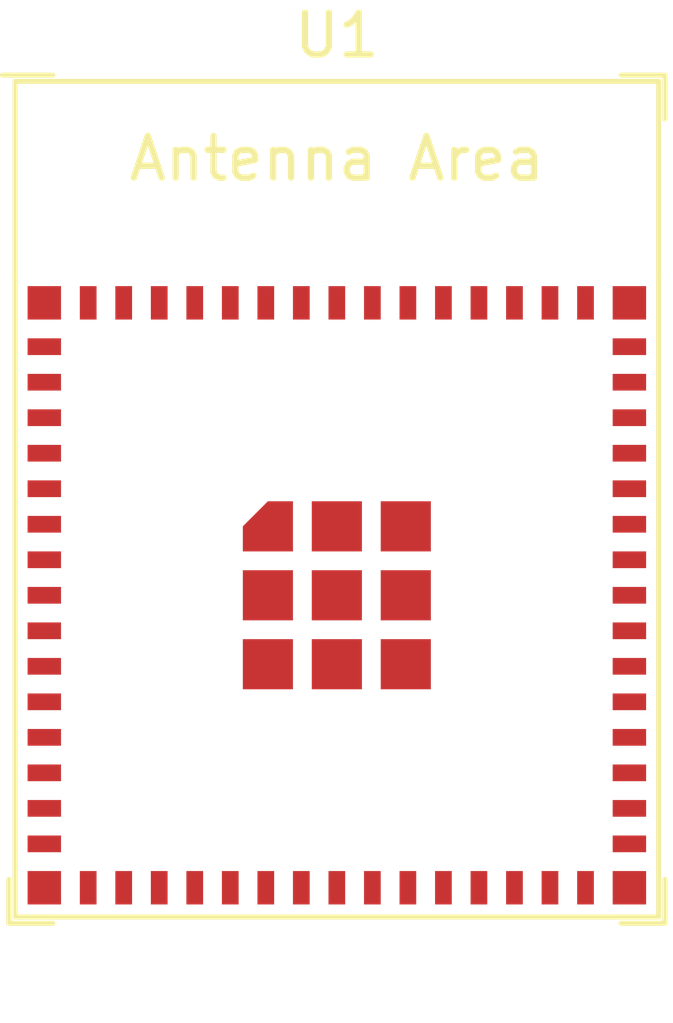
<source format=kicad_pcb>
(kicad_pcb (version 20211014) (generator pcbnew)
  (layers (0 "F.Cu" signal) (31 "B.Cu" signal) (34 "B.Paste" user) (35 "F.Paste" user) (36 "B.SilkS" user "B.Silkscreen") (37 "F.SilkS" user "F.Silkscreen") (38 "B.Mask" user) (39 "F.Mask" user) (44 "Edge.Cuts" user))
  (net 0 "")
  (net 1 "Net-(U1-Pad1)")
  (footprint "Espressif:ESP32-S2-MINI-1" (layer "F.Cu") (at 150.5 102)
    (fp_text reference "U1" (at 0 -13.4) (layer "F.SilkS"))
    (fp_text value "ESP32-S2-MINI-1")
    (fp_text user "Antenna Area" (at 0 -10.45) (layer "F.SilkS"))
    (fp_line (start 7.85 7.85) (end 7.85 6.8) (layer "F.SilkS") (width 0.12))
    (fp_line (start 6.8 -12.45) (end 7.85 -12.45) (layer "F.SilkS") (width 0.12))
    (fp_line (start -6.8 -12.45) (end -8 -12.45) (layer "F.SilkS") (width 0.12))
    (fp_line (start 7.7 7.7) (end -7.7 7.7) (layer "F.SilkS") (width 0.12))
    (fp_line (start -7.85 7.85) (end -7.85 6.8) (layer "F.SilkS") (width 0.12))
    (fp_line (start 7.7 -12.3) (end 7.7 -7.7) (layer "F.SilkS") (width 0.12))
    (fp_line (start -7.7 -12.3) (end 7.7 -12.3) (layer "F.SilkS") (width 0.12))
    (fp_line (start 7.85 -12.45) (end 7.85 -11.4) (layer "F.SilkS") (width 0.12))
    (fp_line (start 6.8 7.85) (end 7.85 7.85) (layer "F.SilkS") (width 0.12))
    (fp_line (start -6.8 7.85) (end -7.85 7.85) (layer "F.SilkS") (width 0.12))
    (fp_line (start 7.7 -7.7) (end 7.7 7.7) (layer "F.SilkS") (width 0.12))
    (fp_line (start -7.7 7.7) (end -7.7 -7.7) (layer "F.SilkS") (width 0.12))
    (fp_line (start -7.7 -12.3) (end -7.7 -7.7) (layer "F.SilkS") (width 0.12))
    (pad "1" smd rect (at -7 -5.95 90) (size 0.4 0.8) (layers "F.Cu" "F.Paste" "F.Mask") (net 1 "Net-(U1-Pad1)"))
    (pad "2" smd rect (at -7 -5.1 90) (size 0.4 0.8) (layers "F.Cu" "F.Paste" "F.Mask") (net 1 "Net-(U1-Pad1)"))
    (pad "3" smd rect (at -7 -4.25 90) (size 0.4 0.8) (layers "F.Cu" "F.Paste" "F.Mask"))
    (pad "4" smd rect (at -7 -3.4 90) (size 0.4 0.8) (layers "F.Cu" "F.Paste" "F.Mask"))
    (pad "5" smd rect (at -7 -2.55 90) (size 0.4 0.8) (layers "F.Cu" "F.Paste" "F.Mask"))
    (pad "6" smd rect (at -7 -1.7 90) (size 0.4 0.8) (layers "F.Cu" "F.Paste" "F.Mask"))
    (pad "7" smd rect (at -7 -0.85 90) (size 0.4 0.8) (layers "F.Cu" "F.Paste" "F.Mask"))
    (pad "8" smd rect (at -7 0 90) (size 0.4 0.8) (layers "F.Cu" "F.Paste" "F.Mask"))
    (pad "9" smd rect (at -7 0.85 90) (size 0.4 0.8) (layers "F.Cu" "F.Paste" "F.Mask"))
    (pad "10" smd rect (at -7 1.7 90) (size 0.4 0.8) (layers "F.Cu" "F.Paste" "F.Mask"))
    (pad "11" smd rect (at -7 2.55 90) (size 0.4 0.8) (layers "F.Cu" "F.Paste" "F.Mask"))
    (pad "12" smd rect (at -7 3.4 90) (size 0.4 0.8) (layers "F.Cu" "F.Paste" "F.Mask"))
    (pad "13" smd rect (at -7 4.25 90) (size 0.4 0.8) (layers "F.Cu" "F.Paste" "F.Mask"))
    (pad "14" smd rect (at -7 5.1 90) (size 0.4 0.8) (layers "F.Cu" "F.Paste" "F.Mask"))
    (pad "15" smd rect (at -7 5.95 90) (size 0.4 0.8) (layers "F.Cu" "F.Paste" "F.Mask"))
    (pad "16" smd rect (at -5.95 7) (size 0.4 0.8) (layers "F.Cu" "F.Paste" "F.Mask"))
    (pad "17" smd rect (at -5.1 7) (size 0.4 0.8) (layers "F.Cu" "F.Paste" "F.Mask"))
    (pad "18" smd rect (at -4.25 7) (size 0.4 0.8) (layers "F.Cu" "F.Paste" "F.Mask"))
    (pad "19" smd rect (at -3.4 7) (size 0.4 0.8) (layers "F.Cu" "F.Paste" "F.Mask"))
    (pad "20" smd rect (at -2.55 7) (size 0.4 0.8) (layers "F.Cu" "F.Paste" "F.Mask"))
    (pad "21" smd rect (at -1.7 7) (size 0.4 0.8) (layers "F.Cu" "F.Paste" "F.Mask"))
    (pad "22" smd rect (at -0.85 7) (size 0.4 0.8) (layers "F.Cu" "F.Paste" "F.Mask"))
    (pad "23" smd rect (at 0 7) (size 0.4 0.8) (layers "F.Cu" "F.Paste" "F.Mask"))
    (pad "24" smd rect (at 0.85 7) (size 0.4 0.8) (layers "F.Cu" "F.Paste" "F.Mask"))
    (pad "25" smd rect (at 1.7 7) (size 0.4 0.8) (layers "F.Cu" "F.Paste" "F.Mask"))
    (pad "26" smd rect (at 2.55 7) (size 0.4 0.8) (layers "F.Cu" "F.Paste" "F.Mask"))
    (pad "27" smd rect (at 3.4 7) (size 0.4 0.8) (layers "F.Cu" "F.Paste" "F.Mask"))
    (pad "28" smd rect (at 4.25 7) (size 0.4 0.8) (layers "F.Cu" "F.Paste" "F.Mask"))
    (pad "29" smd rect (at 5.1 7) (size 0.4 0.8) (layers "F.Cu" "F.Paste" "F.Mask"))
    (pad "30" smd rect (at 5.95 7) (size 0.4 0.8) (layers "F.Cu" "F.Paste" "F.Mask") (net 1 "Net-(U1-Pad1)"))
    (pad "31" smd rect (at 7 5.95 90) (size 0.4 0.8) (layers "F.Cu" "F.Paste" "F.Mask"))
    (pad "32" smd rect (at 7 5.1 90) (size 0.4 0.8) (layers "F.Cu" "F.Paste" "F.Mask"))
    (pad "33" smd rect (at 7 4.25 90) (size 0.4 0.8) (layers "F.Cu" "F.Paste" "F.Mask"))
    (pad "34" smd rect (at 7 3.4 90) (size 0.4 0.8) (layers "F.Cu" "F.Paste" "F.Mask"))
    (pad "35" smd rect (at 7 2.55 90) (size 0.4 0.8) (layers "F.Cu" "F.Paste" "F.Mask"))
    (pad "36" smd rect (at 7 1.7 90) (size 0.4 0.8) (layers "F.Cu" "F.Paste" "F.Mask"))
    (pad "37" smd rect (at 7 0.85 90) (size 0.4 0.8) (layers "F.Cu" "F.Paste" "F.Mask"))
    (pad "38" smd rect (at 7 0 90) (size 0.4 0.8) (layers "F.Cu" "F.Paste" "F.Mask"))
    (pad "39" smd rect (at 7 -0.85 90) (size 0.4 0.8) (layers "F.Cu" "F.Paste" "F.Mask"))
    (pad "40" smd rect (at 7 -1.7 90) (size 0.4 0.8) (layers "F.Cu" "F.Paste" "F.Mask"))
    (pad "41" smd rect (at 7 -2.55 90) (size 0.4 0.8) (layers "F.Cu" "F.Paste" "F.Mask"))
    (pad "42" smd rect (at 7 -3.4 90) (size 0.4 0.8) (layers "F.Cu" "F.Paste" "F.Mask") (net 1 "Net-(U1-Pad1)"))
    (pad "43" smd rect (at 7 -4.25 90) (size 0.4 0.8) (layers "F.Cu" "F.Paste" "F.Mask") (net 1 "Net-(U1-Pad1)"))
    (pad "44" smd rect (at 7 -5.1 90) (size 0.4 0.8) (layers "F.Cu" "F.Paste" "F.Mask"))
    (pad "45" smd rect (at 7 -5.95 90) (size 0.4 0.8) (layers "F.Cu" "F.Paste" "F.Mask"))
    (pad "46" smd rect (at 5.95 -7) (size 0.4 0.8) (layers "F.Cu" "F.Paste" "F.Mask") (net 1 "Net-(U1-Pad1)"))
    (pad "47" smd rect (at 5.1 -7) (size 0.4 0.8) (layers "F.Cu" "F.Paste" "F.Mask") (net 1 "Net-(U1-Pad1)"))
    (pad "48" smd rect (at 4.25 -7) (size 0.4 0.8) (layers "F.Cu" "F.Paste" "F.Mask") (net 1 "Net-(U1-Pad1)"))
    (pad "49" smd rect (at 3.4 -7) (size 0.4 0.8) (layers "F.Cu" "F.Paste" "F.Mask") (net 1 "Net-(U1-Pad1)"))
    (pad "50" smd rect (at 2.55 -7) (size 0.4 0.8) (layers "F.Cu" "F.Paste" "F.Mask") (net 1 "Net-(U1-Pad1)"))
    (pad "51" smd rect (at 1.7 -7) (size 0.4 0.8) (layers "F.Cu" "F.Paste" "F.Mask") (net 1 "Net-(U1-Pad1)"))
    (pad "52" smd rect (at 0.85 -7) (size 0.4 0.8) (layers "F.Cu" "F.Paste" "F.Mask") (net 1 "Net-(U1-Pad1)"))
    (pad "53" smd rect (at 0 -7) (size 0.4 0.8) (layers "F.Cu" "F.Paste" "F.Mask") (net 1 "Net-(U1-Pad1)"))
    (pad "54" smd rect (at -0.85 -7) (size 0.4 0.8) (layers "F.Cu" "F.Paste" "F.Mask") (net 1 "Net-(U1-Pad1)"))
    (pad "55" smd rect (at -1.7 -7) (size 0.4 0.8) (layers "F.Cu" "F.Paste" "F.Mask") (net 1 "Net-(U1-Pad1)"))
    (pad "56" smd rect (at -2.55 -7) (size 0.4 0.8) (layers "F.Cu" "F.Paste" "F.Mask") (net 1 "Net-(U1-Pad1)"))
    (pad "57" smd rect (at -3.4 -7) (size 0.4 0.8) (layers "F.Cu" "F.Paste" "F.Mask") (net 1 "Net-(U1-Pad1)"))
    (pad "58" smd rect (at -4.25 -7) (size 0.4 0.8) (layers "F.Cu" "F.Paste" "F.Mask") (net 1 "Net-(U1-Pad1)"))
    (pad "59" smd rect (at -5.1 -7) (size 0.4 0.8) (layers "F.Cu" "F.Paste" "F.Mask") (net 1 "Net-(U1-Pad1)"))
    (pad "60" smd rect (at -5.95 -7) (size 0.4 0.8) (layers "F.Cu" "F.Paste" "F.Mask") (net 1 "Net-(U1-Pad1)"))
    (pad "61" smd rect (at 1.65 -1.65) (size 1.2 1.2) (layers "F.Cu" "F.Paste" "F.Mask") (net 1 "Net-(U1-Pad1)"))
    (pad "61" smd rect (at 1.65 0) (size 1.2 1.2) (layers "F.Cu" "F.Paste" "F.Mask") (net 1 "Net-(U1-Pad1)"))
    (pad "61" smd rect (at 1.65 1.65) (size 1.2 1.2) (layers "F.Cu" "F.Paste" "F.Mask") (net 1 "Net-(U1-Pad1)"))
    (pad "61" smd custom (at -1.65 -1.65) (size 0.6 0.6) (layers "F.Cu" "F.Paste" "F.Mask") (net 1 "Net-(U1-Pad1)") (options (clearance outline) (anchor rect)) (primitives (gr_poly (pts (xy 0.6 0.6) (xy -0.6 0.6) (xy -0.6 0) (xy 0 -0.6) (xy 0.6 -0.6)) (width 0) (fill yes))))
    (pad "61" smd rect (at -1.65 0) (size 1.2 1.2) (layers "F.Cu" "F.Paste" "F.Mask") (net 1 "Net-(U1-Pad1)"))
    (pad "61" smd rect (at 0 -1.65) (size 1.2 1.2) (layers "F.Cu" "F.Paste" "F.Mask") (net 1 "Net-(U1-Pad1)"))
    (pad "61" smd rect (at 0 0) (size 1.2 1.2) (layers "F.Cu" "F.Paste" "F.Mask") (net 1 "Net-(U1-Pad1)"))
    (pad "61" smd rect (at 0 1.65) (size 1.2 1.2) (layers "F.Cu" "F.Paste" "F.Mask") (net 1 "Net-(U1-Pad1)"))
    (pad "61" smd rect (at -1.65 1.65) (size 1.2 1.2) (layers "F.Cu" "F.Paste" "F.Mask") (net 1 "Net-(U1-Pad1)"))
    (pad "62" smd rect (at -7 -7 180) (size 0.8 0.8) (layers "F.Cu" "F.Paste" "F.Mask") (net 1 "Net-(U1-Pad1)"))
    (pad "63" smd rect (at -7 7 180) (size 0.8 0.8) (layers "F.Cu" "F.Paste" "F.Mask") (net 1 "Net-(U1-Pad1)"))
    (pad "64" smd rect (at 7 7 180) (size 0.8 0.8) (layers "F.Cu" "F.Paste" "F.Mask") (net 1 "Net-(U1-Pad1)"))
    (pad "65" smd rect (at 7 -7 180) (size 0.8 0.8) (layers "F.Cu" "F.Paste" "F.Mask") (net 1 "Net-(U1-Pad1)"))
  )
)
</source>
